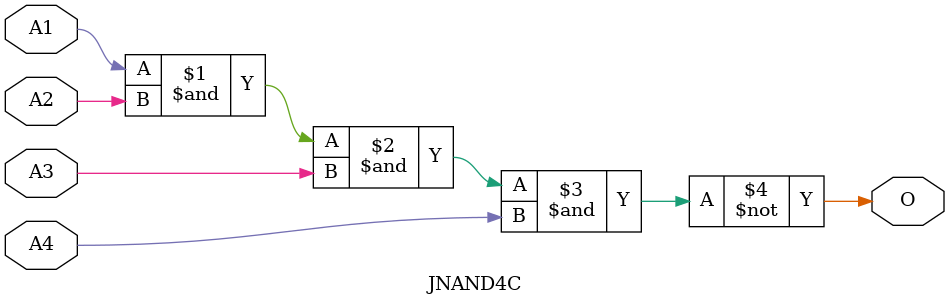
<source format=v>
module JNAND4C(A1, A2, A3, A4, O);
input   A1;
input   A2;
input   A3;
input   A4;
output  O;
nand g0(O, A1, A2, A3, A4);
endmodule
</source>
